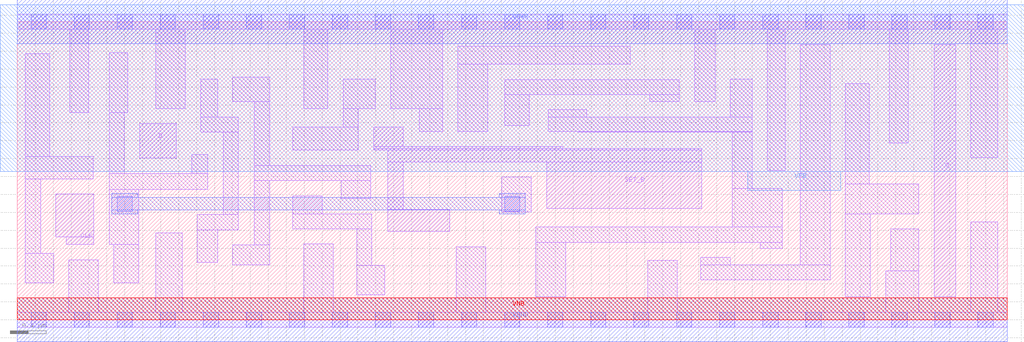
<source format=lef>
# Copyright 2020 The SkyWater PDK Authors
#
# Licensed under the Apache License, Version 2.0 (the "License");
# you may not use this file except in compliance with the License.
# You may obtain a copy of the License at
#
#     https://www.apache.org/licenses/LICENSE-2.0
#
# Unless required by applicable law or agreed to in writing, software
# distributed under the License is distributed on an "AS IS" BASIS,
# WITHOUT WARRANTIES OR CONDITIONS OF ANY KIND, either express or implied.
# See the License for the specific language governing permissions and
# limitations under the License.
#
# SPDX-License-Identifier: Apache-2.0

VERSION 5.7 ;
  NOWIREEXTENSIONATPIN ON ;
  DIVIDERCHAR "/" ;
  BUSBITCHARS "[]" ;
MACRO sky130_fd_sc_lp__dfstp_2
  CLASS CORE ;
  FOREIGN sky130_fd_sc_lp__dfstp_2 ;
  ORIGIN  0.000000  0.000000 ;
  SIZE  11.04000 BY  3.330000 ;
  SYMMETRY X Y R90 ;
  SITE unit ;
  PIN D
    ANTENNAGATEAREA  0.126000 ;
    DIRECTION INPUT ;
    USE SIGNAL ;
    PORT
      LAYER li1 ;
        RECT 1.365000 1.805000 1.775000 2.190000 ;
    END
  END D
  PIN Q
    ANTENNADIFFAREA  0.588000 ;
    DIRECTION OUTPUT ;
    USE SIGNAL ;
    PORT
      LAYER li1 ;
        RECT 10.225000 0.255000 10.465000 3.075000 ;
    END
  END Q
  PIN SET_B
    ANTENNAGATEAREA  0.252000 ;
    DIRECTION INPUT ;
    USE SIGNAL ;
    PORT
      LAYER li1 ;
        RECT 3.975000 1.895000 7.635000 1.915000 ;
        RECT 3.975000 1.915000 6.085000 1.935000 ;
        RECT 3.975000 1.935000 4.305000 2.155000 ;
        RECT 4.135000 0.985000 4.825000 1.235000 ;
        RECT 4.135000 1.235000 4.305000 1.765000 ;
        RECT 4.135000 1.765000 7.635000 1.895000 ;
        RECT 5.905000 1.245000 7.635000 1.765000 ;
    END
  END SET_B
  PIN CLK
    ANTENNAGATEAREA  0.159000 ;
    DIRECTION INPUT ;
    USE CLOCK ;
    PORT
      LAYER li1 ;
        RECT 0.430000 0.925000 0.855000 1.405000 ;
        RECT 0.545000 0.840000 0.855000 0.925000 ;
    END
  END CLK
  PIN VGND
    DIRECTION INOUT ;
    USE GROUND ;
    PORT
      LAYER met1 ;
        RECT 0.000000 -0.245000 11.040000 0.245000 ;
    END
  END VGND
  PIN VNB
    DIRECTION INOUT ;
    USE GROUND ;
    PORT
      LAYER pwell ;
        RECT 0.000000 0.000000 11.040000 0.245000 ;
    END
  END VNB
  PIN VPB
    DIRECTION INOUT ;
    USE POWER ;
    PORT
      LAYER nwell ;
        RECT -0.190000 1.655000 11.230000 3.520000 ;
        RECT  8.145000 1.445000  9.185000 1.655000 ;
    END
  END VPB
  PIN VPWR
    DIRECTION INOUT ;
    USE POWER ;
    PORT
      LAYER met1 ;
        RECT 0.000000 3.085000 11.040000 3.575000 ;
    END
  END VPWR
  OBS
    LAYER li1 ;
      RECT  0.000000 -0.085000 11.040000 0.085000 ;
      RECT  0.000000  3.245000 11.040000 3.415000 ;
      RECT  0.090000  0.410000  0.405000 0.740000 ;
      RECT  0.090000  0.740000  0.260000 1.575000 ;
      RECT  0.090000  1.575000  0.845000 1.825000 ;
      RECT  0.090000  1.825000  0.365000 2.975000 ;
      RECT  0.575000  0.085000  0.905000 0.670000 ;
      RECT  0.585000  2.315000  0.795000 3.245000 ;
      RECT  1.025000  0.840000  1.355000 1.455000 ;
      RECT  1.025000  1.455000  2.125000 1.635000 ;
      RECT  1.025000  1.635000  1.195000 2.315000 ;
      RECT  1.025000  2.315000  1.235000 2.985000 ;
      RECT  1.075000  0.415000  1.355000 0.840000 ;
      RECT  1.545000  0.085000  1.840000 0.970000 ;
      RECT  1.545000  2.360000  1.875000 3.245000 ;
      RECT  1.945000  1.635000  2.125000 1.845000 ;
      RECT  2.010000  0.640000  2.235000 1.005000 ;
      RECT  2.010000  1.005000  2.465000 1.175000 ;
      RECT  2.045000  2.095000  2.465000 2.265000 ;
      RECT  2.045000  2.265000  2.235000 2.690000 ;
      RECT  2.295000  1.175000  2.465000 2.095000 ;
      RECT  2.405000  0.615000  2.815000 0.835000 ;
      RECT  2.405000  2.435000  2.815000 2.710000 ;
      RECT  2.645000  0.835000  2.815000 1.555000 ;
      RECT  2.645000  1.555000  3.945000 1.725000 ;
      RECT  2.645000  1.725000  2.815000 2.435000 ;
      RECT  3.070000  1.015000  3.955000 1.185000 ;
      RECT  3.070000  1.185000  3.400000 1.385000 ;
      RECT  3.070000  1.895000  3.805000 2.155000 ;
      RECT  3.195000  0.085000  3.525000 0.845000 ;
      RECT  3.195000  2.360000  3.465000 3.245000 ;
      RECT  3.615000  1.355000  3.945000 1.555000 ;
      RECT  3.635000  2.155000  3.805000 2.360000 ;
      RECT  3.635000  2.360000  3.995000 2.690000 ;
      RECT  3.785000  0.280000  4.100000 0.610000 ;
      RECT  3.785000  0.610000  3.955000 1.015000 ;
      RECT  4.165000  2.360000  4.745000 3.245000 ;
      RECT  4.485000  2.105000  4.745000 2.360000 ;
      RECT  4.895000  0.085000  5.225000 0.815000 ;
      RECT  4.915000  2.105000  5.245000 2.855000 ;
      RECT  4.915000  2.855000  6.835000 3.055000 ;
      RECT  5.405000  1.205000  5.735000 1.595000 ;
      RECT  5.435000  2.170000  5.710000 2.515000 ;
      RECT  5.435000  2.515000  7.385000 2.685000 ;
      RECT  5.785000  0.255000  6.115000 0.865000 ;
      RECT  5.785000  0.865000  8.535000 1.035000 ;
      RECT  5.925000  2.105000  8.195000 2.265000 ;
      RECT  5.925000  2.265000  6.350000 2.345000 ;
      RECT  6.255000  2.095000  8.195000 2.105000 ;
      RECT  7.030000  0.085000  7.360000 0.665000 ;
      RECT  7.055000  2.435000  7.385000 2.515000 ;
      RECT  7.555000  2.435000  7.785000 3.245000 ;
      RECT  7.625000  0.445000  9.065000 0.615000 ;
      RECT  7.625000  0.615000  7.955000 0.695000 ;
      RECT  7.955000  2.265000  8.195000 2.690000 ;
      RECT  7.975000  1.035000  8.535000 1.465000 ;
      RECT  7.975000  1.465000  8.195000 2.095000 ;
      RECT  8.285000  0.795000  8.535000 0.865000 ;
      RECT  8.365000  1.670000  8.565000 3.245000 ;
      RECT  8.735000  0.615000  9.065000 3.075000 ;
      RECT  9.235000  0.255000  9.515000 1.185000 ;
      RECT  9.235000  1.185000 10.055000 1.515000 ;
      RECT  9.235000  1.515000  9.505000 2.635000 ;
      RECT  9.685000  0.085000 10.055000 0.545000 ;
      RECT  9.725000  1.975000  9.935000 3.245000 ;
      RECT  9.745000  0.545000 10.055000 1.015000 ;
      RECT 10.635000  0.085000 10.935000 1.095000 ;
      RECT 10.635000  1.815000 10.935000 3.245000 ;
    LAYER mcon ;
      RECT  0.155000 -0.085000  0.325000 0.085000 ;
      RECT  0.155000  3.245000  0.325000 3.415000 ;
      RECT  0.635000 -0.085000  0.805000 0.085000 ;
      RECT  0.635000  3.245000  0.805000 3.415000 ;
      RECT  1.115000 -0.085000  1.285000 0.085000 ;
      RECT  1.115000  1.210000  1.285000 1.380000 ;
      RECT  1.115000  3.245000  1.285000 3.415000 ;
      RECT  1.595000 -0.085000  1.765000 0.085000 ;
      RECT  1.595000  3.245000  1.765000 3.415000 ;
      RECT  2.075000 -0.085000  2.245000 0.085000 ;
      RECT  2.075000  3.245000  2.245000 3.415000 ;
      RECT  2.555000 -0.085000  2.725000 0.085000 ;
      RECT  2.555000  3.245000  2.725000 3.415000 ;
      RECT  3.035000 -0.085000  3.205000 0.085000 ;
      RECT  3.035000  3.245000  3.205000 3.415000 ;
      RECT  3.515000 -0.085000  3.685000 0.085000 ;
      RECT  3.515000  3.245000  3.685000 3.415000 ;
      RECT  3.995000 -0.085000  4.165000 0.085000 ;
      RECT  3.995000  3.245000  4.165000 3.415000 ;
      RECT  4.475000 -0.085000  4.645000 0.085000 ;
      RECT  4.475000  3.245000  4.645000 3.415000 ;
      RECT  4.955000 -0.085000  5.125000 0.085000 ;
      RECT  4.955000  3.245000  5.125000 3.415000 ;
      RECT  5.435000 -0.085000  5.605000 0.085000 ;
      RECT  5.435000  1.210000  5.605000 1.380000 ;
      RECT  5.435000  3.245000  5.605000 3.415000 ;
      RECT  5.915000 -0.085000  6.085000 0.085000 ;
      RECT  5.915000  3.245000  6.085000 3.415000 ;
      RECT  6.395000 -0.085000  6.565000 0.085000 ;
      RECT  6.395000  3.245000  6.565000 3.415000 ;
      RECT  6.875000 -0.085000  7.045000 0.085000 ;
      RECT  6.875000  3.245000  7.045000 3.415000 ;
      RECT  7.355000 -0.085000  7.525000 0.085000 ;
      RECT  7.355000  3.245000  7.525000 3.415000 ;
      RECT  7.835000 -0.085000  8.005000 0.085000 ;
      RECT  7.835000  3.245000  8.005000 3.415000 ;
      RECT  8.315000 -0.085000  8.485000 0.085000 ;
      RECT  8.315000  3.245000  8.485000 3.415000 ;
      RECT  8.795000 -0.085000  8.965000 0.085000 ;
      RECT  8.795000  3.245000  8.965000 3.415000 ;
      RECT  9.275000 -0.085000  9.445000 0.085000 ;
      RECT  9.275000  3.245000  9.445000 3.415000 ;
      RECT  9.755000 -0.085000  9.925000 0.085000 ;
      RECT  9.755000  3.245000  9.925000 3.415000 ;
      RECT 10.235000 -0.085000 10.405000 0.085000 ;
      RECT 10.235000  3.245000 10.405000 3.415000 ;
      RECT 10.715000 -0.085000 10.885000 0.085000 ;
      RECT 10.715000  3.245000 10.885000 3.415000 ;
    LAYER met1 ;
      RECT 1.055000 1.180000 1.345000 1.225000 ;
      RECT 1.055000 1.225000 5.665000 1.365000 ;
      RECT 1.055000 1.365000 1.345000 1.410000 ;
      RECT 5.375000 1.180000 5.665000 1.225000 ;
      RECT 5.375000 1.365000 5.665000 1.410000 ;
  END
END sky130_fd_sc_lp__dfstp_2
END LIBRARY

</source>
